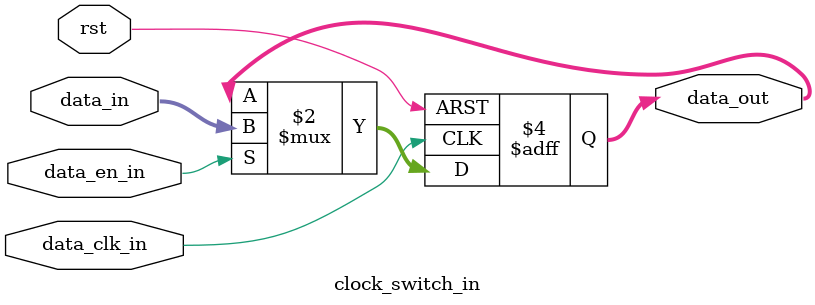
<source format=v>
module clock_switch_in (data_in,data_clk_in,data_en_in,data_out,rst);
	input [7:0] data_in;
	input data_clk_in;
	input data_en_in;
	input rst;
	output [7:0] data_out;

	reg [7:0]data_out;
	reg clk_out;

	always @ (posedge rst or posedge data_clk_in )
	begin
		if(rst)
		begin
			data_out <= 8'hFF;
		end
		else
		begin
			if(data_en_in)
			begin
			data_out <= data_in;
			end
		end
	end

endmodule
</source>
